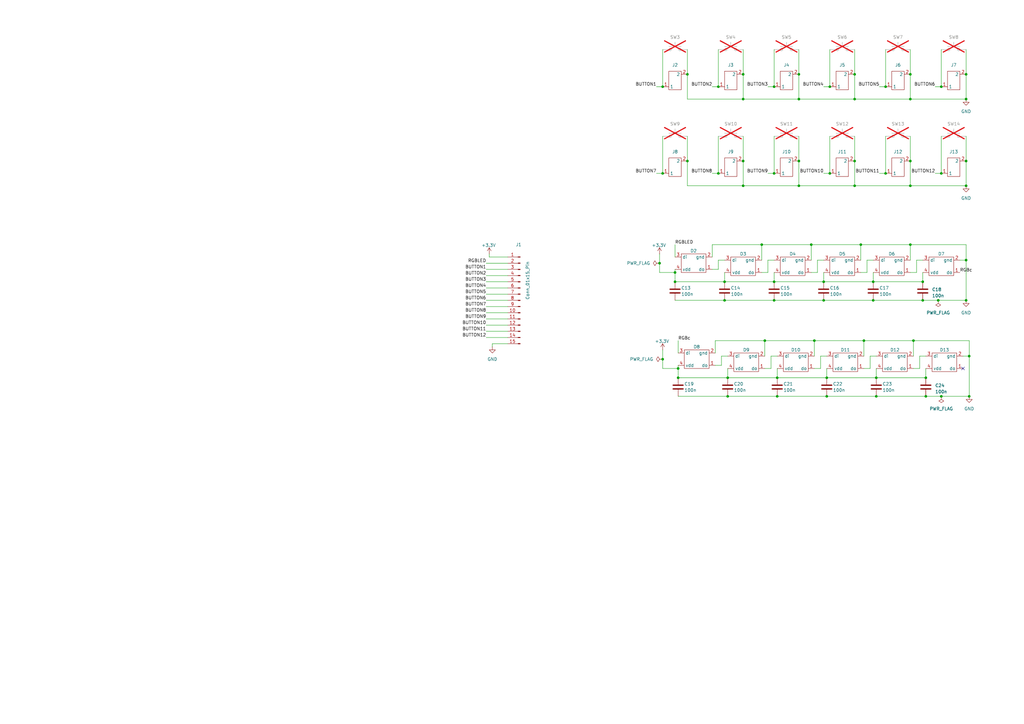
<source format=kicad_sch>
(kicad_sch (version 20231120) (generator "eeschema") (generator_version "8.0")
  (paper "A3")
  (lib_symbols
    (symbol "1_sfxer_symbols:Connector_Generic{colon}KAILH_CPG135001S30"
      (property "Reference" "J" (at 0 6.35 0))
      (symbol "Connector_Generic{colon}KAILH_CPG135001S30_0_1"
        (rectangle (start -2.54 3.81) (end 2.54 -3.81))
      )
      (symbol "Connector_Generic{colon}KAILH_CPG135001S30_1_1"
        (pin passive line (at -5.08 -2.54 0) (length 2.54) (name "1") (number "1"))
        (pin passive line (at 5.08 2.54 180) (length 2.54) (name "2") (number "2"))
      )
    )
    (symbol "1_sfxer_symbols:LED_SMD{colon}XINGLIGHT_XL-2020RGBC-WS2812B"
      (property "Reference" "D" (at 0 6.35 0))
      (symbol "LED_SMD{colon}XINGLIGHT_XL-2020RGBC-WS2812B_0_1"
        (rectangle (start -5.08 3.81) (end 5.08 -3.81))
      )
      (symbol "LED_SMD{colon}XINGLIGHT_XL-2020RGBC-WS2812B_1_1"
        (pin input line (at -7.62 2.54 0) (length 2.54) (name "do") (number "1"))
        (pin input line (at -7.62 -2.54 0) (length 2.54) (name "gnd") (number "2"))
        (pin output line (at 7.62 -2.54 180) (length 2.54) (name "di") (number "3"))
        (pin input line (at 7.62 2.54 180) (length 2.54) (name "vdd") (number "4"))
      )
    )
    (symbol "Connector:Conn_01x15_Pin" (pin_names (offset 1.016) hide)
      (property "Reference" "J" (at 0 20.32 0))
      (property "Value" "Conn_01x15_Pin" (at 0 -20.32 0))
      (symbol "Conn_01x15_Pin_1_1"
        (polyline (pts (xy 1.27 -17.78) (xy 0.8636 -17.78)) (stroke (width 0.1524)))
        (polyline (pts (xy 1.27 -15.24) (xy 0.8636 -15.24)) (stroke (width 0.1524)))
        (polyline (pts (xy 1.27 -12.7) (xy 0.8636 -12.7)) (stroke (width 0.1524)))
        (polyline (pts (xy 1.27 -10.16) (xy 0.8636 -10.16)) (stroke (width 0.1524)))
        (polyline (pts (xy 1.27 -7.62) (xy 0.8636 -7.62)) (stroke (width 0.1524)))
        (polyline (pts (xy 1.27 -5.08) (xy 0.8636 -5.08)) (stroke (width 0.1524)))
        (polyline (pts (xy 1.27 -2.54) (xy 0.8636 -2.54)) (stroke (width 0.1524)))
        (polyline (pts (xy 1.27 0) (xy 0.8636 0)) (stroke (width 0.1524)))
        (polyline (pts (xy 1.27 2.54) (xy 0.8636 2.54)) (stroke (width 0.1524)))
        (polyline (pts (xy 1.27 5.08) (xy 0.8636 5.08)) (stroke (width 0.1524)))
        (polyline (pts (xy 1.27 7.62) (xy 0.8636 7.62)) (stroke (width 0.1524)))
        (polyline (pts (xy 1.27 10.16) (xy 0.8636 10.16)) (stroke (width 0.1524)))
        (polyline (pts (xy 1.27 12.7) (xy 0.8636 12.7)) (stroke (width 0.1524)))
        (polyline (pts (xy 1.27 15.24) (xy 0.8636 15.24)) (stroke (width 0.1524)))
        (polyline (pts (xy 1.27 17.78) (xy 0.8636 17.78)) (stroke (width 0.1524)))
        (rectangle (start 0.8636 -17.653) (end 0 -17.907) (stroke (width 0.1524)) (fill (type outline)))
        (rectangle (start 0.8636 -15.113) (end 0 -15.367) (stroke (width 0.1524)) (fill (type outline)))
        (rectangle (start 0.8636 -12.573) (end 0 -12.827) (stroke (width 0.1524)) (fill (type outline)))
        (rectangle (start 0.8636 -10.033) (end 0 -10.287) (stroke (width 0.1524)) (fill (type outline)))
        (rectangle (start 0.8636 -7.493) (end 0 -7.747) (stroke (width 0.1524)) (fill (type outline)))
        (rectangle (start 0.8636 -4.953) (end 0 -5.207) (stroke (width 0.1524)) (fill (type outline)))
        (rectangle (start 0.8636 -2.413) (end 0 -2.667) (stroke (width 0.1524)) (fill (type outline)))
        (rectangle (start 0.8636 0.127) (end 0 -0.127) (stroke (width 0.1524)) (fill (type outline)))
        (rectangle (start 0.8636 2.667) (end 0 2.413) (stroke (width 0.1524)) (fill (type outline)))
        (rectangle (start 0.8636 5.207) (end 0 4.953) (stroke (width 0.1524)) (fill (type outline)))
        (rectangle (start 0.8636 7.747) (end 0 7.493) (stroke (width 0.1524)) (fill (type outline)))
        (rectangle (start 0.8636 10.287) (end 0 10.033) (stroke (width 0.1524)) (fill (type outline)))
        (rectangle (start 0.8636 12.827) (end 0 12.573) (stroke (width 0.1524)) (fill (type outline)))
        (rectangle (start 0.8636 15.367) (end 0 15.113) (stroke (width 0.1524)) (fill (type outline)))
        (rectangle (start 0.8636 17.907) (end 0 17.653) (stroke (width 0.1524)) (fill (type outline)))
        (pin passive line (at 5.08 17.78 180) (length 3.81) (name "Pin_1") (number "1"))
        (pin passive line (at 5.08 -5.08 180) (length 3.81) (name "Pin_10") (number "10"))
        (pin passive line (at 5.08 -7.62 180) (length 3.81) (name "Pin_11") (number "11"))
        (pin passive line (at 5.08 -10.16 180) (length 3.81) (name "Pin_12") (number "12"))
        (pin passive line (at 5.08 -12.7 180) (length 3.81) (name "Pin_13") (number "13"))
        (pin passive line (at 5.08 -15.24 180) (length 3.81) (name "Pin_14") (number "14"))
        (pin passive line (at 5.08 -17.78 180) (length 3.81) (name "Pin_15") (number "15"))
        (pin passive line (at 5.08 15.24 180) (length 3.81) (name "Pin_2") (number "2"))
        (pin passive line (at 5.08 12.7 180) (length 3.81) (name "Pin_3") (number "3"))
        (pin passive line (at 5.08 10.16 180) (length 3.81) (name "Pin_4") (number "4"))
        (pin passive line (at 5.08 7.62 180) (length 3.81) (name "Pin_5") (number "5"))
        (pin passive line (at 5.08 5.08 180) (length 3.81) (name "Pin_6") (number "6"))
        (pin passive line (at 5.08 2.54 180) (length 3.81) (name "Pin_7") (number "7"))
        (pin passive line (at 5.08 0 180) (length 3.81) (name "Pin_8") (number "8"))
        (pin passive line (at 5.08 -2.54 180) (length 3.81) (name "Pin_9") (number "9"))
      )
    )
    (symbol "Device:C" (pin_numbers hide) (pin_names (offset 0.254))
      (property "Reference" "C" (at 0.635 2.54 0))
      (property "Value" "C" (at 0.635 -2.54 0))
      (symbol "C_0_1"
        (polyline (pts (xy -2.032 -0.762) (xy 2.032 -0.762)) (stroke (width 0.508)))
        (polyline (pts (xy -2.032 0.762) (xy 2.032 0.762)) (stroke (width 0.508)))
      )
      (symbol "C_1_1"
        (pin passive line (at 0 3.81 270) (length 2.794) (name "~") (number "1"))
        (pin passive line (at 0 -3.81 90) (length 2.794) (name "~") (number "2"))
      )
    )
    (symbol "LED_SMD{colon}XINGLIGHT_XL-2020RGBC-WS2812B_1"
      (property "Reference" "D" (at 0 6.35 0))
      (symbol "LED_SMD{colon}XINGLIGHT_XL-2020RGBC-WS2812B_1_0_1"
        (rectangle (start -5.08 3.81) (end 5.08 -3.81))
      )
      (symbol "LED_SMD{colon}XINGLIGHT_XL-2020RGBC-WS2812B_1_1_1"
        (pin input line (at -7.62 2.54 0) (length 2.54) (name "do") (number "1"))
        (pin input line (at -7.62 -2.54 0) (length 2.54) (name "gnd") (number "2"))
        (pin output line (at 7.62 -2.54 180) (length 2.54) (name "di") (number "3"))
        (pin input line (at 7.62 2.54 180) (length 2.54) (name "vdd") (number "4"))
      )
    )
    (symbol "LED_SMD{colon}XINGLIGHT_XL-2020RGBC-WS2812B_2"
      (property "Reference" "D" (at 0 6.35 0))
      (symbol "LED_SMD{colon}XINGLIGHT_XL-2020RGBC-WS2812B_2_0_1"
        (rectangle (start -5.08 3.81) (end 5.08 -3.81))
      )
      (symbol "LED_SMD{colon}XINGLIGHT_XL-2020RGBC-WS2812B_2_1_1"
        (pin input line (at -7.62 2.54 0) (length 2.54) (name "do") (number "1"))
        (pin input line (at -7.62 -2.54 0) (length 2.54) (name "gnd") (number "2"))
        (pin output line (at 7.62 -2.54 180) (length 2.54) (name "di") (number "3"))
        (pin input line (at 7.62 2.54 180) (length 2.54) (name "vdd") (number "4"))
      )
    )
    (symbol "LED_SMD{colon}XINGLIGHT_XL-2020RGBC-WS2812B_3"
      (property "Reference" "D" (at 0 6.35 0))
      (symbol "LED_SMD{colon}XINGLIGHT_XL-2020RGBC-WS2812B_3_0_1"
        (rectangle (start -5.08 3.81) (end 5.08 -3.81))
      )
      (symbol "LED_SMD{colon}XINGLIGHT_XL-2020RGBC-WS2812B_3_1_1"
        (pin input line (at -7.62 2.54 0) (length 2.54) (name "do") (number "1"))
        (pin input line (at -7.62 -2.54 0) (length 2.54) (name "gnd") (number "2"))
        (pin output line (at 7.62 -2.54 180) (length 2.54) (name "di") (number "3"))
        (pin input line (at 7.62 2.54 180) (length 2.54) (name "vdd") (number "4"))
      )
    )
    (symbol "LED_SMD{colon}XINGLIGHT_XL-2020RGBC-WS2812B_4"
      (property "Reference" "D" (at 0 6.35 0))
      (symbol "LED_SMD{colon}XINGLIGHT_XL-2020RGBC-WS2812B_4_0_1"
        (rectangle (start -5.08 3.81) (end 5.08 -3.81))
      )
      (symbol "LED_SMD{colon}XINGLIGHT_XL-2020RGBC-WS2812B_4_1_1"
        (pin input line (at -7.62 2.54 0) (length 2.54) (name "do") (number "1"))
        (pin input line (at -7.62 -2.54 0) (length 2.54) (name "gnd") (number "2"))
        (pin output line (at 7.62 -2.54 180) (length 2.54) (name "di") (number "3"))
        (pin input line (at 7.62 2.54 180) (length 2.54) (name "vdd") (number "4"))
      )
    )
    (symbol "LED_SMD{colon}XINGLIGHT_XL-2020RGBC-WS2812B_5"
      (property "Reference" "D" (at 0 6.35 0))
      (symbol "LED_SMD{colon}XINGLIGHT_XL-2020RGBC-WS2812B_5_0_1"
        (rectangle (start -5.08 3.81) (end 5.08 -3.81))
      )
      (symbol "LED_SMD{colon}XINGLIGHT_XL-2020RGBC-WS2812B_5_1_1"
        (pin input line (at -7.62 2.54 0) (length 2.54) (name "do") (number "1"))
        (pin input line (at -7.62 -2.54 0) (length 2.54) (name "gnd") (number "2"))
        (pin output line (at 7.62 -2.54 180) (length 2.54) (name "di") (number "3"))
        (pin input line (at 7.62 2.54 180) (length 2.54) (name "vdd") (number "4"))
      )
    )
    (symbol "Switch:SW_Push" (pin_numbers hide) (pin_names (offset 1.016) hide)
      (property "Reference" "SW" (at 1.27 2.54 0))
      (property "Value" "SW_Push" (at 0 -1.524 0))
      (symbol "SW_Push_0_1"
        (circle (center -2.032 0) (radius 0.508))
        (polyline (pts (xy 0 1.27) (xy 0 3.048)))
        (polyline (pts (xy 2.54 1.27) (xy -2.54 1.27)))
        (circle (center 2.032 0) (radius 0.508))
        (pin passive line (at -5.08 0 0) (length 2.54) (name "1") (number "1"))
        (pin passive line (at 5.08 0 180) (length 2.54) (name "2") (number "2"))
      )
    )
    (symbol "power:+3.3V" (power) (pin_numbers hide) (pin_names (offset 0) hide)
      (property "Value" "+3.3V" (at 0 3.556 0))
      (symbol "+3.3V_0_1"
        (polyline (pts (xy -0.762 1.27) (xy 0 2.54)))
        (polyline (pts (xy 0 0) (xy 0 2.54)))
        (polyline (pts (xy 0 2.54) (xy 0.762 1.27)))
      )
      (symbol "+3.3V_1_1"
        (pin power_in line (at 0 0 90) (length 0) (name "~") (number "1"))
      )
    )
    (symbol "power:GND" (power) (pin_numbers hide) (pin_names (offset 0) hide)
      (property "Value" "GND" (at 0 -3.81 0))
      (symbol "GND_0_1"
        (polyline (pts (xy 0 0) (xy 0 -1.27) (xy 1.27 -1.27) (xy 0 -2.54) (xy -1.27 -1.27) (xy 0 -1.27)))
      )
      (symbol "GND_1_1"
        (pin power_in line (at 0 0 270) (length 0) (name "~") (number "1"))
      )
    )
    (symbol "power:PWR_FLAG" (power) (pin_numbers hide) (pin_names (offset 0) hide)
      (property "Value" "PWR_FLAG" (at 0 3.81 0))
      (symbol "PWR_FLAG_0_0"
        (pin power_out line (at 0 0 90) (length 0) (name "pwr") (number "1"))
      )
      (symbol "PWR_FLAG_0_1"
        (polyline (pts (xy 0 0) (xy 0 1.27) (xy -1.016 1.905) (xy 0 2.54) (xy 1.016 1.905) (xy 0 1.27)))
      )
    )
  )
  (junction (at 271.78 147.32))
  (junction (at 339.09 162.56))
  (junction (at 318.77 154.94))
  (junction (at 396.24 30.48))
  (junction (at 350.52 40.64))
  (junction (at 337.82 123.19))
  (junction (at 297.18 115.57))
  (junction (at 384.81 123.19))
  (junction (at 337.82 115.57))
  (junction (at 373.38 40.64))
  (junction (at 396.24 106.68))
  (junction (at 397.51 146.05))
  (junction (at 396.24 76.2))
  (junction (at 317.5 115.57))
  (junction (at 354.33 139.7))
  (junction (at 339.09 154.94))
  (junction (at 304.8 40.64))
  (junction (at 358.14 123.19))
  (junction (at 281.94 66.04))
  (junction (at 271.78 35.56))
  (junction (at 304.8 30.48))
  (junction (at 386.08 71.12))
  (junction (at 397.51 162.56))
  (junction (at 327.66 66.04))
  (junction (at 350.52 66.04))
  (junction (at 359.41 154.94))
  (junction (at 278.13 151.13))
  (junction (at 278.13 154.94))
  (junction (at 379.73 154.94))
  (junction (at 386.08 35.56))
  (junction (at 327.66 76.2))
  (junction (at 378.46 115.57))
  (junction (at 353.06 100.33))
  (junction (at 304.8 66.04))
  (junction (at 334.01 139.7))
  (junction (at 304.8 76.2))
  (junction (at 373.38 30.48))
  (junction (at 363.22 71.12))
  (junction (at 317.5 71.12))
  (junction (at 363.22 35.56))
  (junction (at 386.08 162.56))
  (junction (at 396.24 66.04))
  (junction (at 327.66 40.64))
  (junction (at 298.45 162.56))
  (junction (at 276.86 115.57))
  (junction (at 332.74 100.33))
  (junction (at 358.14 115.57))
  (junction (at 294.64 35.56))
  (junction (at 378.46 123.19))
  (junction (at 379.73 162.56))
  (junction (at 373.38 76.2))
  (junction (at 373.38 100.33))
  (junction (at 373.38 66.04))
  (junction (at 317.5 123.19))
  (junction (at 327.66 30.48))
  (junction (at 312.42 100.33))
  (junction (at 359.41 162.56))
  (junction (at 318.77 162.56))
  (junction (at 297.18 123.19))
  (junction (at 396.24 123.19))
  (junction (at 313.69 139.7))
  (junction (at 271.78 71.12))
  (junction (at 294.64 71.12))
  (junction (at 374.65 139.7))
  (junction (at 340.36 35.56))
  (junction (at 350.52 30.48))
  (junction (at 276.86 111.76))
  (junction (at 396.24 40.64))
  (junction (at 298.45 154.94))
  (junction (at 281.94 30.48))
  (junction (at 317.5 35.56))
  (junction (at 340.36 71.12))
  (junction (at 350.52 76.2))
  (junction (at 270.51 107.95))
  (no_connect (at 394.97 151.13))
  (wire (pts (xy 304.8 30.48) (xy 304.8 40.64)))
  (wire (pts (xy 281.94 20.32) (xy 281.94 30.48)))
  (wire (pts (xy 298.45 151.13) (xy 298.45 154.94)))
  (wire (pts (xy 350.52 66.04) (xy 350.52 76.2)))
  (wire (pts (xy 271.78 143.51) (xy 271.78 147.32)))
  (wire (pts (xy 384.81 123.19) (xy 396.24 123.19)))
  (wire (pts (xy 317.5 71.12) (xy 317.5 55.88)))
  (wire (pts (xy 396.24 76.2) (xy 396.24 66.04)))
  (wire (pts (xy 377.19 146.05) (xy 379.73 146.05)))
  (wire (pts (xy 373.38 66.04) (xy 373.38 76.2)))
  (wire (pts (xy 396.24 55.88) (xy 396.24 66.04)))
  (wire (pts (xy 304.8 76.2) (xy 327.66 76.2)))
  (wire (pts (xy 350.52 20.32) (xy 350.52 30.48)))
  (wire (pts (xy 350.52 55.88) (xy 350.52 66.04)))
  (wire (pts (xy 270.51 107.95) (xy 270.51 111.76)))
  (wire (pts (xy 316.23 146.05) (xy 316.23 151.13)))
  (wire (pts (xy 313.69 139.7) (xy 313.69 146.05)))
  (wire (pts (xy 340.36 35.56) (xy 340.36 20.32)))
  (wire (pts (xy 334.01 139.7) (xy 334.01 146.05)))
  (wire (pts (xy 335.28 106.68) (xy 337.82 106.68)))
  (wire (pts (xy 337.82 115.57) (xy 358.14 115.57)))
  (wire (pts (xy 327.66 66.04) (xy 327.66 76.2)))
  (wire (pts (xy 397.51 139.7) (xy 397.51 146.05)))
  (wire (pts (xy 396.24 100.33) (xy 396.24 106.68)))
  (wire (pts (xy 397.51 139.7) (xy 374.65 139.7)))
  (wire (pts (xy 295.91 146.05) (xy 295.91 149.86)))
  (wire (pts (xy 350.52 30.48) (xy 350.52 40.64)))
  (wire (pts (xy 317.5 123.19) (xy 337.82 123.19)))
  (wire (pts (xy 313.69 151.13) (xy 316.23 151.13)))
  (wire (pts (xy 317.5 111.76) (xy 317.5 115.57)))
  (wire (pts (xy 292.1 100.33) (xy 312.42 100.33)))
  (wire (pts (xy 278.13 139.7) (xy 278.13 144.78)))
  (wire (pts (xy 337.82 123.19) (xy 358.14 123.19)))
  (wire (pts (xy 397.51 162.56) (xy 397.51 146.05)))
  (wire (pts (xy 199.39 107.95) (xy 208.28 107.95)))
  (wire (pts (xy 304.8 55.88) (xy 304.8 66.04)))
  (wire (pts (xy 359.41 162.56) (xy 379.73 162.56)))
  (wire (pts (xy 295.91 146.05) (xy 298.45 146.05)))
  (wire (pts (xy 353.06 100.33) (xy 353.06 106.68)))
  (wire (pts (xy 318.77 162.56) (xy 339.09 162.56)))
  (wire (pts (xy 379.73 151.13) (xy 379.73 154.94)))
  (wire (pts (xy 304.8 40.64) (xy 327.66 40.64)))
  (wire (pts (xy 297.18 123.19) (xy 317.5 123.19)))
  (wire (pts (xy 294.64 106.68) (xy 297.18 106.68)))
  (wire (pts (xy 270.51 111.76) (xy 276.86 111.76)))
  (wire (pts (xy 295.91 149.86) (xy 293.37 149.86)))
  (wire (pts (xy 378.46 123.19) (xy 384.81 123.19)))
  (wire (pts (xy 336.55 146.05) (xy 339.09 146.05)))
  (wire (pts (xy 354.33 139.7) (xy 354.33 146.05)))
  (wire (pts (xy 199.39 113.03) (xy 208.28 113.03)))
  (wire (pts (xy 294.64 35.56) (xy 294.64 20.32)))
  (wire (pts (xy 199.39 118.11) (xy 208.28 118.11)))
  (wire (pts (xy 355.6 111.76) (xy 355.6 106.68)))
  (wire (pts (xy 355.6 106.68) (xy 358.14 106.68)))
  (wire (pts (xy 396.24 100.33) (xy 373.38 100.33)))
  (wire (pts (xy 375.92 106.68) (xy 378.46 106.68)))
  (wire (pts (xy 200.66 104.14) (xy 200.66 105.41)))
  (wire (pts (xy 276.86 110.49) (xy 276.86 111.76)))
  (wire (pts (xy 396.24 106.68) (xy 393.7 106.68)))
  (wire (pts (xy 353.06 111.76) (xy 355.6 111.76)))
  (wire (pts (xy 350.52 76.2) (xy 373.38 76.2)))
  (wire (pts (xy 201.93 142.24) (xy 201.93 140.97)))
  (wire (pts (xy 281.94 30.48) (xy 281.94 40.64)))
  (wire (pts (xy 312.42 100.33) (xy 312.42 106.68)))
  (wire (pts (xy 199.39 135.89) (xy 208.28 135.89)))
  (wire (pts (xy 334.01 139.7) (xy 354.33 139.7)))
  (wire (pts (xy 281.94 66.04) (xy 281.94 76.2)))
  (wire (pts (xy 269.24 35.56) (xy 271.78 35.56)))
  (wire (pts (xy 396.24 123.19) (xy 396.24 106.68)))
  (wire (pts (xy 377.19 146.05) (xy 377.19 151.13)))
  (wire (pts (xy 314.96 106.68) (xy 314.96 111.76)))
  (wire (pts (xy 327.66 30.48) (xy 327.66 40.64)))
  (wire (pts (xy 339.09 162.56) (xy 359.41 162.56)))
  (wire (pts (xy 339.09 151.13) (xy 339.09 154.94)))
  (wire (pts (xy 359.41 154.94) (xy 379.73 154.94)))
  (wire (pts (xy 298.45 154.94) (xy 318.77 154.94)))
  (wire (pts (xy 356.87 151.13) (xy 356.87 146.05)))
  (wire (pts (xy 327.66 55.88) (xy 327.66 66.04)))
  (wire (pts (xy 281.94 55.88) (xy 281.94 66.04)))
  (wire (pts (xy 312.42 100.33) (xy 332.74 100.33)))
  (wire (pts (xy 375.92 111.76) (xy 373.38 111.76)))
  (wire (pts (xy 374.65 139.7) (xy 374.65 146.05)))
  (wire (pts (xy 373.38 40.64) (xy 396.24 40.64)))
  (wire (pts (xy 332.74 100.33) (xy 332.74 106.68)))
  (wire (pts (xy 334.01 151.13) (xy 336.55 151.13)))
  (wire (pts (xy 340.36 71.12) (xy 340.36 55.88)))
  (wire (pts (xy 294.64 71.12) (xy 294.64 55.88)))
  (wire (pts (xy 354.33 139.7) (xy 374.65 139.7)))
  (wire (pts (xy 358.14 111.76) (xy 358.14 115.57)))
  (wire (pts (xy 337.82 71.12) (xy 340.36 71.12)))
  (wire (pts (xy 318.77 151.13) (xy 318.77 154.94)))
  (wire (pts (xy 201.93 140.97) (xy 208.28 140.97)))
  (wire (pts (xy 278.13 151.13) (xy 278.13 154.94)))
  (wire (pts (xy 199.39 130.81) (xy 208.28 130.81)))
  (wire (pts (xy 293.37 139.7) (xy 293.37 144.78)))
  (wire (pts (xy 386.08 162.56) (xy 397.51 162.56)))
  (wire (pts (xy 350.52 40.64) (xy 373.38 40.64)))
  (wire (pts (xy 312.42 111.76) (xy 314.96 111.76)))
  (wire (pts (xy 373.38 76.2) (xy 396.24 76.2)))
  (wire (pts (xy 294.64 110.49) (xy 292.1 110.49)))
  (wire (pts (xy 356.87 146.05) (xy 359.41 146.05)))
  (wire (pts (xy 292.1 71.12) (xy 294.64 71.12)))
  (wire (pts (xy 317.5 35.56) (xy 317.5 20.32)))
  (wire (pts (xy 271.78 151.13) (xy 278.13 151.13)))
  (wire (pts (xy 332.74 111.76) (xy 335.28 111.76)))
  (wire (pts (xy 314.96 35.56) (xy 317.5 35.56)))
  (wire (pts (xy 373.38 20.32) (xy 373.38 30.48)))
  (wire (pts (xy 318.77 154.94) (xy 339.09 154.94)))
  (wire (pts (xy 294.64 106.68) (xy 294.64 110.49)))
  (wire (pts (xy 327.66 20.32) (xy 327.66 30.48)))
  (wire (pts (xy 316.23 146.05) (xy 318.77 146.05)))
  (wire (pts (xy 373.38 55.88) (xy 373.38 66.04)))
  (wire (pts (xy 396.24 40.64) (xy 396.24 30.48)))
  (wire (pts (xy 199.39 123.19) (xy 208.28 123.19)))
  (wire (pts (xy 199.39 133.35) (xy 208.28 133.35)))
  (wire (pts (xy 337.82 35.56) (xy 340.36 35.56)))
  (wire (pts (xy 386.08 71.12) (xy 386.08 55.88)))
  (wire (pts (xy 314.96 106.68) (xy 317.5 106.68)))
  (wire (pts (xy 200.66 105.41) (xy 208.28 105.41)))
  (wire (pts (xy 278.13 149.86) (xy 278.13 151.13)))
  (wire (pts (xy 276.86 115.57) (xy 297.18 115.57)))
  (wire (pts (xy 383.54 71.12) (xy 386.08 71.12)))
  (wire (pts (xy 354.33 151.13) (xy 356.87 151.13)))
  (wire (pts (xy 373.38 30.48) (xy 373.38 40.64)))
  (wire (pts (xy 383.54 35.56) (xy 386.08 35.56)))
  (wire (pts (xy 336.55 151.13) (xy 336.55 146.05)))
  (wire (pts (xy 271.78 147.32) (xy 271.78 151.13)))
  (wire (pts (xy 304.8 66.04) (xy 304.8 76.2)))
  (wire (pts (xy 269.24 71.12) (xy 271.78 71.12)))
  (wire (pts (xy 353.06 100.33) (xy 373.38 100.33)))
  (wire (pts (xy 278.13 154.94) (xy 298.45 154.94)))
  (wire (pts (xy 363.22 35.56) (xy 363.22 20.32)))
  (wire (pts (xy 271.78 35.56) (xy 271.78 20.32)))
  (wire (pts (xy 293.37 139.7) (xy 313.69 139.7)))
  (wire (pts (xy 199.39 125.73) (xy 208.28 125.73)))
  (wire (pts (xy 396.24 20.32) (xy 396.24 30.48)))
  (wire (pts (xy 271.78 71.12) (xy 271.78 55.88)))
  (wire (pts (xy 358.14 123.19) (xy 378.46 123.19)))
  (wire (pts (xy 297.18 111.76) (xy 297.18 115.57)))
  (wire (pts (xy 375.92 106.68) (xy 375.92 111.76)))
  (wire (pts (xy 292.1 100.33) (xy 292.1 105.41)))
  (wire (pts (xy 314.96 71.12) (xy 317.5 71.12)))
  (wire (pts (xy 337.82 111.76) (xy 337.82 115.57)))
  (wire (pts (xy 397.51 146.05) (xy 394.97 146.05)))
  (wire (pts (xy 304.8 20.32) (xy 304.8 30.48)))
  (wire (pts (xy 199.39 120.65) (xy 208.28 120.65)))
  (wire (pts (xy 377.19 151.13) (xy 374.65 151.13)))
  (wire (pts (xy 379.73 162.56) (xy 386.08 162.56)))
  (wire (pts (xy 298.45 162.56) (xy 318.77 162.56)))
  (wire (pts (xy 317.5 115.57) (xy 337.82 115.57)))
  (wire (pts (xy 199.39 115.57) (xy 208.28 115.57)))
  (wire (pts (xy 327.66 76.2) (xy 350.52 76.2)))
  (wire (pts (xy 199.39 128.27) (xy 208.28 128.27)))
  (wire (pts (xy 358.14 115.57) (xy 378.46 115.57)))
  (wire (pts (xy 281.94 40.64) (xy 304.8 40.64)))
  (wire (pts (xy 297.18 115.57) (xy 317.5 115.57)))
  (wire (pts (xy 276.86 123.19) (xy 297.18 123.19)))
  (wire (pts (xy 278.13 162.56) (xy 298.45 162.56)))
  (wire (pts (xy 360.68 71.12) (xy 363.22 71.12)))
  (wire (pts (xy 270.51 104.14) (xy 270.51 107.95)))
  (wire (pts (xy 360.68 35.56) (xy 363.22 35.56)))
  (wire (pts (xy 199.39 110.49) (xy 208.28 110.49)))
  (wire (pts (xy 327.66 40.64) (xy 350.52 40.64)))
  (wire (pts (xy 373.38 100.33) (xy 373.38 106.68)))
  (wire (pts (xy 332.74 100.33) (xy 353.06 100.33)))
  (wire (pts (xy 281.94 76.2) (xy 304.8 76.2)))
  (wire (pts (xy 378.46 111.76) (xy 378.46 115.57)))
  (wire (pts (xy 386.08 35.56) (xy 386.08 20.32)))
  (wire (pts (xy 199.39 138.43) (xy 208.28 138.43)))
  (wire (pts (xy 339.09 154.94) (xy 359.41 154.94)))
  (wire (pts (xy 363.22 71.12) (xy 363.22 55.88)))
  (wire (pts (xy 276.86 111.76) (xy 276.86 115.57)))
  (wire (pts (xy 359.41 151.13) (xy 359.41 154.94)))
  (wire (pts (xy 292.1 35.56) (xy 294.64 35.56)))
  (wire (pts (xy 276.86 100.33) (xy 276.86 105.41)))
  (wire (pts (xy 313.69 139.7) (xy 334.01 139.7)))
  (wire (pts (xy 335.28 111.76) (xy 335.28 106.68)))
  (label "BUTTON1" (at 199.39 110.49 180))
  (label "BUTTON7" (at 269.24 71.12 180))
  (label "BUTTON11" (at 360.68 71.12 180))
  (label "RGBLED" (at 199.39 107.95 180))
  (label "BUTTON2" (at 199.39 113.03 180))
  (label "BUTTON3" (at 314.96 35.56 180))
  (label "RGBc" (at 278.13 139.7 0))
  (label "BUTTON8" (at 292.1 71.12 180))
  (label "BUTTON12" (at 383.54 71.12 180))
  (label "BUTTON3" (at 199.39 115.57 180))
  (label "RGBc" (at 393.7 111.76 0))
  (label "BUTTON11" (at 199.39 135.89 180))
  (label "BUTTON10" (at 199.39 133.35 180))
  (label "BUTTON8" (at 199.39 128.27 180))
  (label "BUTTON5" (at 360.68 35.56 180))
  (label "BUTTON10" (at 337.82 71.12 180))
  (label "BUTTON5" (at 199.39 120.65 180))
  (label "BUTTON4" (at 337.82 35.56 180))
  (label "RGBLED" (at 276.86 100.33 0))
  (label "BUTTON2" (at 292.1 35.56 180))
  (label "BUTTON4" (at 199.39 118.11 180))
  (label "BUTTON9" (at 199.39 130.81 180))
  (label "BUTTON6" (at 383.54 35.56 180))
  (label "BUTTON6" (at 199.39 123.19 180))
  (label "BUTTON9" (at 314.96 71.12 180))
  (label "BUTTON7" (at 199.39 125.73 180))
  (label "BUTTON1" (at 269.24 35.56 180))
  (label "BUTTON12" (at 199.39 138.43 180))
  (symbol (lib_id "power:+3.3V") (at 271.78 143.51 0) (unit 1)
    (property "Reference" "#PWR029" (effects (hide yes)))
    (property "Value" "+3.3V" (at 271.526 139.954 0))
    (property "Description" "Power symbol creates a global label with name \"+3.3V\"" (effects (hide yes)))
  )
  (symbol (lib_id "Device:C") (at 318.77 158.75 0) (unit 1)
    (property "Reference" "C21" (at 321.31 157.48 0) (effects (justify left)))
    (property "Value" "100n" (at 321.31 160.02 0) (effects (justify left)))
    (property "Footprint" "Capacitor_SMD:C_0603_1608Metric" (effects (hide yes)))
  )
  (symbol (lib_id "power:PWR_FLAG") (at 384.81 123.19 180) (unit 1)
    (property "Reference" "#FLG02" (effects (hide yes)))
    (property "Value" "PWR_FLAG" (at 384.81 128.27 0))
  )
  (symbol (lib_id "1_sfxer_symbols:Connector_Generic{colon}KAILH_CPG135001S30") (at 276.86 33.02 0) (unit 1)
    (property "Reference" "J2" (at 276.86 26.67 0))
    (property "Value" "CPG135001S30" (effects (hide yes)))
    (property "Footprint" "footprints:Connector_Keyswitch_Socket_KAILH_CPG135001S30" (effects (hide yes)))
    (property "Datasheet" "https://datasheet.lcsc.com/lcsc/2302252108_Kailh-CPG135001S30_C5333465.pdf" (effects (hide yes)))
    (property "MPN" "CPG135001S30" (effects (hide yes)))
    (property "LCSC PN" "C5333465" (effects (hide yes)))
  )
  (symbol (lib_id "Switch:SW_Push") (at 368.3 55.88 0) (unit 1) (on_board no) (dnp yes)
    (property "Reference" "SW13" (at 368.3 50.8 0))
    (property "Value" "CPG135001D01-1" (effects (hide yes)))
    (property "Footprint" "footprints:Switch_Keyboard_KAILH_CPG135001D01-1" (effects (hide yes)))
    (property "Datasheet" "https://datasheet.lcsc.com/lcsc/1912111437_Kailh-CPG135001D01_C400229.pdf" (effects (hide yes)))
    (property "MPN" "CPG135001D01-1" (effects (hide yes)))
  )
  (symbol (lib_id "Switch:SW_Push") (at 276.86 55.88 0) (unit 1) (on_board no) (dnp yes)
    (property "Reference" "SW9" (at 276.86 50.8 0))
    (property "Value" "CPG135001D01-1" (effects (hide yes)))
    (property "Footprint" "footprints:Switch_Keyboard_KAILH_CPG135001D01-1" (effects (hide yes)))
    (property "Datasheet" "https://datasheet.lcsc.com/lcsc/1912111437_Kailh-CPG135001D01_C400229.pdf" (effects (hide yes)))
    (property "MPN" "CPG135001D01-1" (effects (hide yes)))
  )
  (symbol (lib_id "Device:C") (at 337.82 119.38 0) (unit 1)
    (property "Reference" "C16" (at 340.36 118.11 0) (effects (justify left)))
    (property "Value" "100n" (at 340.36 120.65 0) (effects (justify left)))
    (property "Footprint" "Capacitor_SMD:C_0603_1608Metric" (effects (hide yes)))
  )
  (symbol (lib_id "power:+3.3V") (at 200.66 104.14 0) (unit 1)
    (property "Reference" "#PWR01" (effects (hide yes)))
    (property "Value" "+3.3V" (at 200.406 100.584 0))
    (property "Description" "Power symbol creates a global label with name \"+3.3V\"" (effects (hide yes)))
  )
  (symbol (lib_id "power:PWR_FLAG") (at 270.51 107.95 90) (unit 1)
    (property "Reference" "#FLG01" (effects (hide yes)))
    (property "Value" "PWR_FLAG" (at 266.7 107.95 90) (effects (justify left)))
  )
  (symbol (lib_id "Switch:SW_Push") (at 322.58 20.32 0) (unit 1) (on_board no) (dnp yes)
    (property "Reference" "SW5" (at 322.58 15.24 0))
    (property "Value" "CPG135001D01-1" (effects (hide yes)))
    (property "Footprint" "footprints:Switch_Keyboard_KAILH_CPG135001D01-1" (effects (hide yes)))
    (property "Datasheet" "https://datasheet.lcsc.com/lcsc/1912111437_Kailh-CPG135001D01_C400229.pdf" (effects (hide yes)))
    (property "MPN" "CPG135001D01-1" (effects (hide yes)))
  )
  (symbol (lib_id "power:PWR_FLAG") (at 386.08 162.56 180) (unit 1)
    (property "Reference" "#FLG04" (effects (hide yes)))
    (property "Value" "PWR_FLAG" (at 386.08 167.64 0))
  )
  (symbol (lib_id "Switch:SW_Push") (at 299.72 55.88 0) (unit 1) (on_board no) (dnp yes)
    (property "Reference" "SW10" (at 299.72 50.8 0))
    (property "Value" "CPG135001D01-1" (effects (hide yes)))
    (property "Footprint" "footprints:Switch_Keyboard_KAILH_CPG135001D01-1" (effects (hide yes)))
    (property "Datasheet" "https://datasheet.lcsc.com/lcsc/1912111437_Kailh-CPG135001D01_C400229.pdf" (effects (hide yes)))
    (property "MPN" "CPG135001D01-1" (effects (hide yes)))
  )
  (symbol (lib_id "Device:C") (at 276.86 119.38 0) (unit 1)
    (property "Reference" "C13" (at 279.4 118.11 0) (effects (justify left)))
    (property "Value" "100n" (at 279.4 120.65 0) (effects (justify left)))
    (property "Footprint" "Capacitor_SMD:C_0603_1608Metric" (effects (hide yes)))
  )
  (symbol (lib_id "1_sfxer_symbols:Connector_Generic{colon}KAILH_CPG135001S30") (at 299.72 68.58 0) (unit 1)
    (property "Reference" "J9" (at 299.72 62.23 0))
    (property "Value" "CPG135001S30" (effects (hide yes)))
    (property "Footprint" "footprints:Connector_Keyswitch_Socket_KAILH_CPG135001S30" (effects (hide yes)))
    (property "Datasheet" "https://datasheet.lcsc.com/lcsc/2302252108_Kailh-CPG135001S30_C5333465.pdf" (effects (hide yes)))
    (property "MPN" "CPG135001S30" (effects (hide yes)))
    (property "LCSC PN" "C5333465" (effects (hide yes)))
  )
  (symbol (lib_id "1_sfxer_symbols:Connector_Generic{colon}KAILH_CPG135001S30") (at 299.72 33.02 0) (unit 1)
    (property "Reference" "J3" (at 299.72 26.67 0))
    (property "Value" "CPG135001S30" (effects (hide yes)))
    (property "Footprint" "footprints:Connector_Keyswitch_Socket_KAILH_CPG135001S30" (effects (hide yes)))
    (property "Datasheet" "https://datasheet.lcsc.com/lcsc/2302252108_Kailh-CPG135001S30_C5333465.pdf" (effects (hide yes)))
    (property "MPN" "CPG135001S30" (effects (hide yes)))
    (property "LCSC PN" "C5333465" (effects (hide yes)))
  )
  (symbol (lib_id "Device:C") (at 378.46 119.38 0) (unit 1)
    (property "Reference" "C18" (at 382.27 118.745 0) (effects (justify left)))
    (property "Value" "100n" (at 382.27 121.285 0) (effects (justify left)))
    (property "Footprint" "Capacitor_SMD:C_0603_1608Metric" (effects (hide yes)))
  )
  (symbol (lib_id "power:GND") (at 396.24 123.19 0) (unit 1)
    (property "Reference" "#PWR028" (effects (hide yes)))
    (property "Value" "GND" (at 396.24 128.27 0))
  )
  (symbol (lib_name "LED_SMD{colon}XINGLIGHT_XL-2020RGBC-WS2812B_5") (lib_id "1_sfxer_symbols:LED_SMD{colon}XINGLIGHT_XL-2020RGBC-WS2812B") (at 367.03 148.59 180) (unit 1)
    (property "Reference" "D12" (at 367.03 143.51 0))
    (property "Value" "RGB" (effects (hide yes)))
    (property "Footprint" "footprints:LED_SMD_XINGLIGHT_XL-2020RGBC-WS2812B" (effects (hide yes)))
    (property "Datasheet" "https://datasheet.lcsc.com/lcsc/2301111010_XINGLIGHT-XL-2020RGBC-WS2812B_C5349955.pdf" (effects (hide yes)))
    (property "MPN" "XL-2020RGBC-WS2812B" (effects (hide yes)))
    (property "LCSC PN" "C5349955" (effects (hide yes)))
  )
  (symbol (lib_id "power:PWR_FLAG") (at 271.78 147.32 90) (unit 1)
    (property "Reference" "#FLG03" (effects (hide yes)))
    (property "Value" "PWR_FLAG" (at 267.97 147.32 90) (effects (justify left)))
  )
  (symbol (lib_name "LED_SMD{colon}XINGLIGHT_XL-2020RGBC-WS2812B_4") (lib_id "1_sfxer_symbols:LED_SMD{colon}XINGLIGHT_XL-2020RGBC-WS2812B") (at 345.44 109.22 180) (unit 1)
    (property "Reference" "D5" (at 345.44 104.14 0))
    (property "Value" "RGB" (effects (hide yes)))
    (property "Footprint" "footprints:LED_SMD_XINGLIGHT_XL-2020RGBC-WS2812B" (effects (hide yes)))
    (property "Datasheet" "https://datasheet.lcsc.com/lcsc/2301111010_XINGLIGHT-XL-2020RGBC-WS2812B_C5349955.pdf" (effects (hide yes)))
    (property "MPN" "XL-2020RGBC-WS2812B" (effects (hide yes)))
    (property "LCSC PN" "C5349955" (effects (hide yes)))
  )
  (symbol (lib_id "Device:C") (at 358.14 119.38 0) (unit 1)
    (property "Reference" "C17" (at 360.68 118.11 0) (effects (justify left)))
    (property "Value" "100n" (at 360.68 120.65 0) (effects (justify left)))
    (property "Footprint" "Capacitor_SMD:C_0603_1608Metric" (effects (hide yes)))
  )
  (symbol (lib_id "Switch:SW_Push") (at 391.16 20.32 0) (unit 1) (on_board no) (dnp yes)
    (property "Reference" "SW8" (at 391.16 15.24 0))
    (property "Value" "CPG135001D01-1" (effects (hide yes)))
    (property "Footprint" "footprints:Switch_Keyboard_KAILH_CPG135001D01-1" (effects (hide yes)))
    (property "Datasheet" "https://datasheet.lcsc.com/lcsc/1912111437_Kailh-CPG135001D01_C400229.pdf" (effects (hide yes)))
    (property "MPN" "CPG135001D01-1" (effects (hide yes)))
  )
  (symbol (lib_id "1_sfxer_symbols:Connector_Generic{colon}KAILH_CPG135001S30") (at 322.58 68.58 0) (unit 1)
    (property "Reference" "J10" (at 322.58 62.23 0))
    (property "Value" "CPG135001S30" (effects (hide yes)))
    (property "Footprint" "footprints:Connector_Keyswitch_Socket_KAILH_CPG135001S30" (effects (hide yes)))
    (property "Datasheet" "https://datasheet.lcsc.com/lcsc/2302252108_Kailh-CPG135001S30_C5333465.pdf" (effects (hide yes)))
    (property "MPN" "CPG135001S30" (effects (hide yes)))
    (property "LCSC PN" "C5333465" (effects (hide yes)))
  )
  (symbol (lib_id "Switch:SW_Push") (at 345.44 55.88 0) (unit 1) (on_board no) (dnp yes)
    (property "Reference" "SW12" (at 345.44 50.8 0))
    (property "Value" "CPG135001D01-1" (effects (hide yes)))
    (property "Footprint" "footprints:Switch_Keyboard_KAILH_CPG135001D01-1" (effects (hide yes)))
    (property "Datasheet" "https://datasheet.lcsc.com/lcsc/1912111437_Kailh-CPG135001D01_C400229.pdf" (effects (hide yes)))
    (property "MPN" "CPG135001D01-1" (effects (hide yes)))
  )
  (symbol (lib_id "1_sfxer_symbols:Connector_Generic{colon}KAILH_CPG135001S30") (at 322.58 33.02 0) (unit 1)
    (property "Reference" "J4" (at 322.58 26.67 0))
    (property "Value" "CPG135001S30" (effects (hide yes)))
    (property "Footprint" "footprints:Connector_Keyswitch_Socket_KAILH_CPG135001S30" (effects (hide yes)))
    (property "Datasheet" "https://datasheet.lcsc.com/lcsc/2302252108_Kailh-CPG135001S30_C5333465.pdf" (effects (hide yes)))
    (property "MPN" "CPG135001S30" (effects (hide yes)))
    (property "LCSC PN" "C5333465" (effects (hide yes)))
  )
  (symbol (lib_id "Switch:SW_Push") (at 299.72 20.32 0) (unit 1) (on_board no) (dnp yes)
    (property "Reference" "SW4" (at 299.72 15.24 0))
    (property "Value" "CPG135001D01-1" (effects (hide yes)))
    (property "Footprint" "footprints:Switch_Keyboard_KAILH_CPG135001D01-1" (effects (hide yes)))
    (property "Datasheet" "https://datasheet.lcsc.com/lcsc/1912111437_Kailh-CPG135001D01_C400229.pdf" (effects (hide yes)))
    (property "MPN" "CPG135001D01-1" (effects (hide yes)))
  )
  (symbol (lib_id "1_sfxer_symbols:Connector_Generic{colon}KAILH_CPG135001S30") (at 391.16 33.02 0) (unit 1)
    (property "Reference" "J7" (at 391.16 26.67 0))
    (property "Value" "CPG135001S30" (effects (hide yes)))
    (property "Footprint" "footprints:Connector_Keyswitch_Socket_KAILH_CPG135001S30" (effects (hide yes)))
    (property "Datasheet" "https://datasheet.lcsc.com/lcsc/2302252108_Kailh-CPG135001S30_C5333465.pdf" (effects (hide yes)))
    (property "MPN" "CPG135001S30" (effects (hide yes)))
    (property "LCSC PN" "C5333465" (effects (hide yes)))
  )
  (symbol (lib_id "power:GND") (at 396.24 76.2 0) (unit 1)
    (property "Reference" "#PWR026" (effects (hide yes)))
    (property "Value" "GND" (at 396.24 81.28 0))
  )
  (symbol (lib_id "power:GND") (at 201.93 142.24 0) (unit 1)
    (property "Reference" "#PWR02" (effects (hide yes)))
    (property "Value" "GND" (at 201.93 147.32 0))
  )
  (symbol (lib_id "Device:C") (at 317.5 119.38 0) (unit 1)
    (property "Reference" "C15" (at 320.04 118.11 0) (effects (justify left)))
    (property "Value" "100n" (at 320.04 120.65 0) (effects (justify left)))
    (property "Footprint" "Capacitor_SMD:C_0603_1608Metric" (effects (hide yes)))
  )
  (symbol (lib_id "1_sfxer_symbols:Connector_Generic{colon}KAILH_CPG135001S30") (at 368.3 33.02 0) (unit 1)
    (property "Reference" "J6" (at 368.3 26.67 0))
    (property "Value" "CPG135001S30" (effects (hide yes)))
    (property "Footprint" "footprints:Connector_Keyswitch_Socket_KAILH_CPG135001S30" (effects (hide yes)))
    (property "Datasheet" "https://datasheet.lcsc.com/lcsc/2302252108_Kailh-CPG135001S30_C5333465.pdf" (effects (hide yes)))
    (property "MPN" "CPG135001S30" (effects (hide yes)))
    (property "LCSC PN" "C5333465" (effects (hide yes)))
  )
  (symbol (lib_id "1_sfxer_symbols:Connector_Generic{colon}KAILH_CPG135001S30") (at 345.44 33.02 0) (unit 1)
    (property "Reference" "J5" (at 345.44 26.67 0))
    (property "Value" "CPG135001S30" (effects (hide yes)))
    (property "Footprint" "footprints:Connector_Keyswitch_Socket_KAILH_CPG135001S30" (effects (hide yes)))
    (property "Datasheet" "https://datasheet.lcsc.com/lcsc/2302252108_Kailh-CPG135001S30_C5333465.pdf" (effects (hide yes)))
    (property "MPN" "CPG135001S30" (effects (hide yes)))
    (property "LCSC PN" "C5333465" (effects (hide yes)))
  )
  (symbol (lib_id "Switch:SW_Push") (at 345.44 20.32 0) (unit 1) (on_board no) (dnp yes)
    (property "Reference" "SW6" (at 345.44 15.24 0))
    (property "Value" "CPG135001D01-1" (effects (hide yes)))
    (property "Footprint" "footprints:Switch_Keyboard_KAILH_CPG135001D01-1" (effects (hide yes)))
    (property "Datasheet" "https://datasheet.lcsc.com/lcsc/1912111437_Kailh-CPG135001D01_C400229.pdf" (effects (hide yes)))
    (property "MPN" "CPG135001D01-1" (effects (hide yes)))
  )
  (symbol (lib_id "1_sfxer_symbols:Connector_Generic{colon}KAILH_CPG135001S30") (at 345.44 68.58 0) (unit 1)
    (property "Reference" "J11" (at 345.44 62.23 0))
    (property "Value" "CPG135001S30" (effects (hide yes)))
    (property "Footprint" "footprints:Connector_Keyswitch_Socket_KAILH_CPG135001S30" (effects (hide yes)))
    (property "Datasheet" "https://datasheet.lcsc.com/lcsc/2302252108_Kailh-CPG135001S30_C5333465.pdf" (effects (hide yes)))
    (property "MPN" "CPG135001S30" (effects (hide yes)))
    (property "LCSC PN" "C5333465" (effects (hide yes)))
  )
  (symbol (lib_name "LED_SMD{colon}XINGLIGHT_XL-2020RGBC-WS2812B_3") (lib_id "1_sfxer_symbols:LED_SMD{colon}XINGLIGHT_XL-2020RGBC-WS2812B") (at 326.39 148.59 180) (unit 1)
    (property "Reference" "D10" (at 326.39 143.51 0))
    (property "Value" "RGB" (effects (hide yes)))
    (property "Footprint" "footprints:LED_SMD_XINGLIGHT_XL-2020RGBC-WS2812B" (effects (hide yes)))
    (property "Datasheet" "https://datasheet.lcsc.com/lcsc/2301111010_XINGLIGHT-XL-2020RGBC-WS2812B_C5349955.pdf" (effects (hide yes)))
    (property "MPN" "XL-2020RGBC-WS2812B" (effects (hide yes)))
    (property "LCSC PN" "C5349955" (effects (hide yes)))
  )
  (symbol (lib_name "LED_SMD{colon}XINGLIGHT_XL-2020RGBC-WS2812B_1") (lib_id "1_sfxer_symbols:LED_SMD{colon}XINGLIGHT_XL-2020RGBC-WS2812B") (at 284.48 107.95 180) (unit 1)
    (property "Reference" "D2" (at 284.48 102.87 0))
    (property "Value" "RGB" (effects (hide yes)))
    (property "Footprint" "footprints:LED_SMD_XINGLIGHT_XL-2020RGBC-WS2812B" (effects (hide yes)))
    (property "Datasheet" "https://datasheet.lcsc.com/lcsc/2301111010_XINGLIGHT-XL-2020RGBC-WS2812B_C5349955.pdf" (effects (hide yes)))
    (property "MPN" "XL-2020RGBC-WS2812B" (effects (hide yes)))
    (property "LCSC PN" "C5349955" (effects (hide yes)))
  )
  (symbol (lib_name "LED_SMD{colon}XINGLIGHT_XL-2020RGBC-WS2812B_1") (lib_id "1_sfxer_symbols:LED_SMD{colon}XINGLIGHT_XL-2020RGBC-WS2812B") (at 285.75 147.32 180) (unit 1)
    (property "Reference" "D8" (at 285.75 142.24 0))
    (property "Value" "RGB" (effects (hide yes)))
    (property "Footprint" "footprints:LED_SMD_XINGLIGHT_XL-2020RGBC-WS2812B" (effects (hide yes)))
    (property "Datasheet" "https://datasheet.lcsc.com/lcsc/2301111010_XINGLIGHT-XL-2020RGBC-WS2812B_C5349955.pdf" (effects (hide yes)))
    (property "MPN" "XL-2020RGBC-WS2812B" (effects (hide yes)))
    (property "LCSC PN" "C5349955" (effects (hide yes)))
  )
  (symbol (lib_id "power:GND") (at 396.24 40.64 0) (unit 1)
    (property "Reference" "#PWR025" (effects (hide yes)))
    (property "Value" "GND" (at 396.24 45.72 0))
  )
  (symbol (lib_id "Device:C") (at 297.18 119.38 0) (unit 1)
    (property "Reference" "C14" (at 299.72 118.11 0) (effects (justify left)))
    (property "Value" "100n" (at 299.72 120.65 0) (effects (justify left)))
    (property "Footprint" "Capacitor_SMD:C_0603_1608Metric" (effects (hide yes)))
  )
  (symbol (lib_name "LED_SMD{colon}XINGLIGHT_XL-2020RGBC-WS2812B_2") (lib_id "1_sfxer_symbols:LED_SMD{colon}XINGLIGHT_XL-2020RGBC-WS2812B") (at 306.07 148.59 180) (unit 1)
    (property "Reference" "D9" (at 306.07 143.51 0))
    (property "Value" "RGB" (effects (hide yes)))
    (property "Footprint" "footprints:LED_SMD_XINGLIGHT_XL-2020RGBC-WS2812B" (effects (hide yes)))
    (property "Datasheet" "https://datasheet.lcsc.com/lcsc/2301111010_XINGLIGHT-XL-2020RGBC-WS2812B_C5349955.pdf" (effects (hide yes)))
    (property "MPN" "XL-2020RGBC-WS2812B" (effects (hide yes)))
    (property "LCSC PN" "C5349955" (effects (hide yes)))
  )
  (symbol (lib_name "LED_SMD{colon}XINGLIGHT_XL-2020RGBC-WS2812B_2") (lib_id "1_sfxer_symbols:LED_SMD{colon}XINGLIGHT_XL-2020RGBC-WS2812B") (at 304.8 109.22 180) (unit 1)
    (property "Reference" "D3" (at 304.8 104.14 0))
    (property "Value" "RGB" (effects (hide yes)))
    (property "Footprint" "footprints:LED_SMD_XINGLIGHT_XL-2020RGBC-WS2812B" (effects (hide yes)))
    (property "Datasheet" "https://datasheet.lcsc.com/lcsc/2301111010_XINGLIGHT-XL-2020RGBC-WS2812B_C5349955.pdf" (effects (hide yes)))
    (property "MPN" "XL-2020RGBC-WS2812B" (effects (hide yes)))
    (property "LCSC PN" "C5349955" (effects (hide yes)))
  )
  (symbol (lib_id "Device:C") (at 339.09 158.75 0) (unit 1)
    (property "Reference" "C22" (at 341.63 157.48 0) (effects (justify left)))
    (property "Value" "100n" (at 341.63 160.02 0) (effects (justify left)))
    (property "Footprint" "Capacitor_SMD:C_0603_1608Metric" (effects (hide yes)))
  )
  (symbol (lib_id "1_sfxer_symbols:Connector_Generic{colon}KAILH_CPG135001S30") (at 368.3 68.58 0) (unit 1)
    (property "Reference" "J12" (at 368.3 62.23 0))
    (property "Value" "CPG135001S30" (effects (hide yes)))
    (property "Footprint" "footprints:Connector_Keyswitch_Socket_KAILH_CPG135001S30" (effects (hide yes)))
    (property "Datasheet" "https://datasheet.lcsc.com/lcsc/2302252108_Kailh-CPG135001S30_C5333465.pdf" (effects (hide yes)))
    (property "MPN" "CPG135001S30" (effects (hide yes)))
    (property "LCSC PN" "C5333465" (effects (hide yes)))
  )
  (symbol (lib_id "Switch:SW_Push") (at 391.16 55.88 0) (unit 1) (on_board no) (dnp yes)
    (property "Reference" "SW14" (at 391.16 50.8 0))
    (property "Value" "CPG135001D01-1" (effects (hide yes)))
    (property "Footprint" "footprints:Switch_Keyboard_KAILH_CPG135001D01-1" (effects (hide yes)))
    (property "Datasheet" "https://datasheet.lcsc.com/lcsc/1912111437_Kailh-CPG135001D01_C400229.pdf" (effects (hide yes)))
    (property "MPN" "CPG135001D01-1" (effects (hide yes)))
  )
  (symbol (lib_id "Switch:SW_Push") (at 368.3 20.32 0) (unit 1) (on_board no) (dnp yes)
    (property "Reference" "SW7" (at 368.3 15.24 0))
    (property "Value" "CPG135001D01-1" (effects (hide yes)))
    (property "Footprint" "footprints:Switch_Keyboard_KAILH_CPG135001D01-1" (effects (hide yes)))
    (property "Datasheet" "https://datasheet.lcsc.com/lcsc/1912111437_Kailh-CPG135001D01_C400229.pdf" (effects (hide yes)))
    (property "MPN" "CPG135001D01-1" (effects (hide yes)))
  )
  (symbol (lib_id "Switch:SW_Push") (at 322.58 55.88 0) (unit 1) (on_board no) (dnp yes)
    (property "Reference" "SW11" (at 322.58 50.8 0))
    (property "Value" "CPG135001D01-1" (effects (hide yes)))
    (property "Footprint" "footprints:Switch_Keyboard_KAILH_CPG135001D01-1" (effects (hide yes)))
    (property "Datasheet" "https://datasheet.lcsc.com/lcsc/1912111437_Kailh-CPG135001D01_C400229.pdf" (effects (hide yes)))
    (property "MPN" "CPG135001D01-1" (effects (hide yes)))
  )
  (symbol (lib_name "LED_SMD{colon}XINGLIGHT_XL-2020RGBC-WS2812B_3") (lib_id "1_sfxer_symbols:LED_SMD{colon}XINGLIGHT_XL-2020RGBC-WS2812B") (at 325.12 109.22 180) (unit 1)
    (property "Reference" "D4" (at 325.12 104.14 0))
    (property "Value" "RGB" (effects (hide yes)))
    (property "Footprint" "footprints:LED_SMD_XINGLIGHT_XL-2020RGBC-WS2812B" (effects (hide yes)))
    (property "Datasheet" "https://datasheet.lcsc.com/lcsc/2301111010_XINGLIGHT-XL-2020RGBC-WS2812B_C5349955.pdf" (effects (hide yes)))
    (property "MPN" "XL-2020RGBC-WS2812B" (effects (hide yes)))
    (property "LCSC PN" "C5349955" (effects (hide yes)))
  )
  (symbol (lib_id "Connector:Conn_01x15_Pin") (at 213.36 123.19 0) (mirror y) (unit 1)
    (property "Reference" "J1" (at 212.725 100.33 0))
    (property "Value" "Conn_01x15_Pin" (at 216.408 115.062 90))
    (property "Footprint" "Connector_JST:JST_XA_B15B-XASK-1-A_1x15_P2.50mm_Vertical" (effects (hide yes)))
    (property "Description" "Generic connector, single row, 01x15, script generated" (effects (hide yes)))
  )
  (symbol (lib_id "Switch:SW_Push") (at 276.86 20.32 0) (unit 1) (on_board no) (dnp yes)
    (property "Reference" "SW3" (at 276.86 15.24 0))
    (property "Value" "CPG135001D01-1" (effects (hide yes)))
    (property "Footprint" "footprints:Switch_Keyboard_KAILH_CPG135001D01-1" (effects (hide yes)))
    (property "Datasheet" "https://datasheet.lcsc.com/lcsc/1912111437_Kailh-CPG135001D01_C400229.pdf" (effects (hide yes)))
    (property "MPN" "CPG135001D01-1" (effects (hide yes)))
  )
  (symbol (lib_id "1_sfxer_symbols:Connector_Generic{colon}KAILH_CPG135001S30") (at 276.86 68.58 0) (unit 1)
    (property "Reference" "J8" (at 276.86 62.23 0))
    (property "Value" "CPG135001S30" (effects (hide yes)))
    (property "Footprint" "footprints:Connector_Keyswitch_Socket_KAILH_CPG135001S30" (effects (hide yes)))
    (property "Datasheet" "https://datasheet.lcsc.com/lcsc/2302252108_Kailh-CPG135001S30_C5333465.pdf" (effects (hide yes)))
    (property "MPN" "CPG135001S30" (effects (hide yes)))
    (property "LCSC PN" "C5333465" (effects (hide yes)))
  )
  (symbol (lib_id "1_sfxer_symbols:LED_SMD{colon}XINGLIGHT_XL-2020RGBC-WS2812B") (at 386.08 109.22 180) (unit 1)
    (property "Reference" "D7" (at 386.08 104.14 0))
    (property "Value" "RGB" (effects (hide yes)))
    (property "Footprint" "footprints:LED_SMD_XINGLIGHT_XL-2020RGBC-WS2812B" (effects (hide yes)))
    (property "Datasheet" "https://datasheet.lcsc.com/lcsc/2301111010_XINGLIGHT-XL-2020RGBC-WS2812B_C5349955.pdf" (effects (hide yes)))
    (property "MPN" "XL-2020RGBC-WS2812B" (effects (hide yes)))
    (property "LCSC PN" "C5349955" (effects (hide yes)))
  )
  (symbol (lib_id "Device:C") (at 278.13 158.75 0) (unit 1)
    (property "Reference" "C19" (at 280.67 157.48 0) (effects (justify left)))
    (property "Value" "100n" (at 280.67 160.02 0) (effects (justify left)))
    (property "Footprint" "Capacitor_SMD:C_0603_1608Metric" (effects (hide yes)))
  )
  (symbol (lib_id "power:GND") (at 397.51 162.56 0) (unit 1)
    (property "Reference" "#PWR030" (effects (hide yes)))
    (property "Value" "GND" (at 397.51 167.64 0))
  )
  (symbol (lib_id "1_sfxer_symbols:LED_SMD{colon}XINGLIGHT_XL-2020RGBC-WS2812B") (at 387.35 148.59 180) (unit 1)
    (property "Reference" "D13" (at 387.35 143.51 0))
    (property "Value" "RGB" (effects (hide yes)))
    (property "Footprint" "footprints:LED_SMD_XINGLIGHT_XL-2020RGBC-WS2812B" (effects (hide yes)))
    (property "Datasheet" "https://datasheet.lcsc.com/lcsc/2301111010_XINGLIGHT-XL-2020RGBC-WS2812B_C5349955.pdf" (effects (hide yes)))
    (property "MPN" "XL-2020RGBC-WS2812B" (effects (hide yes)))
    (property "LCSC PN" "C5349955" (effects (hide yes)))
  )
  (symbol (lib_id "1_sfxer_symbols:Connector_Generic{colon}KAILH_CPG135001S30") (at 391.16 68.58 0) (unit 1)
    (property "Reference" "J13" (at 391.16 62.23 0))
    (property "Value" "CPG135001S30" (effects (hide yes)))
    (property "Footprint" "footprints:Connector_Keyswitch_Socket_KAILH_CPG135001S30" (effects (hide yes)))
    (property "Datasheet" "https://datasheet.lcsc.com/lcsc/2302252108_Kailh-CPG135001S30_C5333465.pdf" (effects (hide yes)))
    (property "MPN" "CPG135001S30" (effects (hide yes)))
    (property "LCSC PN" "C5333465" (effects (hide yes)))
  )
  (symbol (lib_id "Device:C") (at 298.45 158.75 0) (unit 1)
    (property "Reference" "C20" (at 300.99 157.48 0) (effects (justify left)))
    (property "Value" "100n" (at 300.99 160.02 0) (effects (justify left)))
    (property "Footprint" "Capacitor_SMD:C_0603_1608Metric" (effects (hide yes)))
  )
  (symbol (lib_id "Device:C") (at 359.41 158.75 0) (unit 1)
    (property "Reference" "C23" (at 361.95 157.48 0) (effects (justify left)))
    (property "Value" "100n" (at 361.95 160.02 0) (effects (justify left)))
    (property "Footprint" "Capacitor_SMD:C_0603_1608Metric" (effects (hide yes)))
  )
  (symbol (lib_name "LED_SMD{colon}XINGLIGHT_XL-2020RGBC-WS2812B_4") (lib_id "1_sfxer_symbols:LED_SMD{colon}XINGLIGHT_XL-2020RGBC-WS2812B") (at 346.71 148.59 180) (unit 1)
    (property "Reference" "D11" (at 346.71 143.51 0))
    (property "Value" "RGB" (effects (hide yes)))
    (property "Footprint" "footprints:LED_SMD_XINGLIGHT_XL-2020RGBC-WS2812B" (effects (hide yes)))
    (property "Datasheet" "https://datasheet.lcsc.com/lcsc/2301111010_XINGLIGHT-XL-2020RGBC-WS2812B_C5349955.pdf" (effects (hide yes)))
    (property "MPN" "XL-2020RGBC-WS2812B" (effects (hide yes)))
    (property "LCSC PN" "C5349955" (effects (hide yes)))
  )
  (symbol (lib_id "power:+3.3V") (at 270.51 104.14 0) (unit 1)
    (property "Reference" "#PWR027" (effects (hide yes)))
    (property "Value" "+3.3V" (at 270.256 100.584 0))
    (property "Description" "Power symbol creates a global label with name \"+3.3V\"" (effects (hide yes)))
  )
  (symbol (lib_name "LED_SMD{colon}XINGLIGHT_XL-2020RGBC-WS2812B_5") (lib_id "1_sfxer_symbols:LED_SMD{colon}XINGLIGHT_XL-2020RGBC-WS2812B") (at 365.76 109.22 180) (unit 1)
    (property "Reference" "D6" (at 365.76 104.14 0))
    (property "Value" "RGB" (effects (hide yes)))
    (property "Footprint" "footprints:LED_SMD_XINGLIGHT_XL-2020RGBC-WS2812B" (effects (hide yes)))
    (property "Datasheet" "https://datasheet.lcsc.com/lcsc/2301111010_XINGLIGHT-XL-2020RGBC-WS2812B_C5349955.pdf" (effects (hide yes)))
    (property "MPN" "XL-2020RGBC-WS2812B" (effects (hide yes)))
    (property "LCSC PN" "C5349955" (effects (hide yes)))
  )
  (symbol (lib_id "Device:C") (at 379.73 158.75 0) (unit 1)
    (property "Reference" "C24" (at 383.54 158.115 0) (effects (justify left)))
    (property "Value" "100n" (at 383.54 160.655 0) (effects (justify left)))
    (property "Footprint" "Capacitor_SMD:C_0603_1608Metric" (effects (hide yes)))
  )
)
</source>
